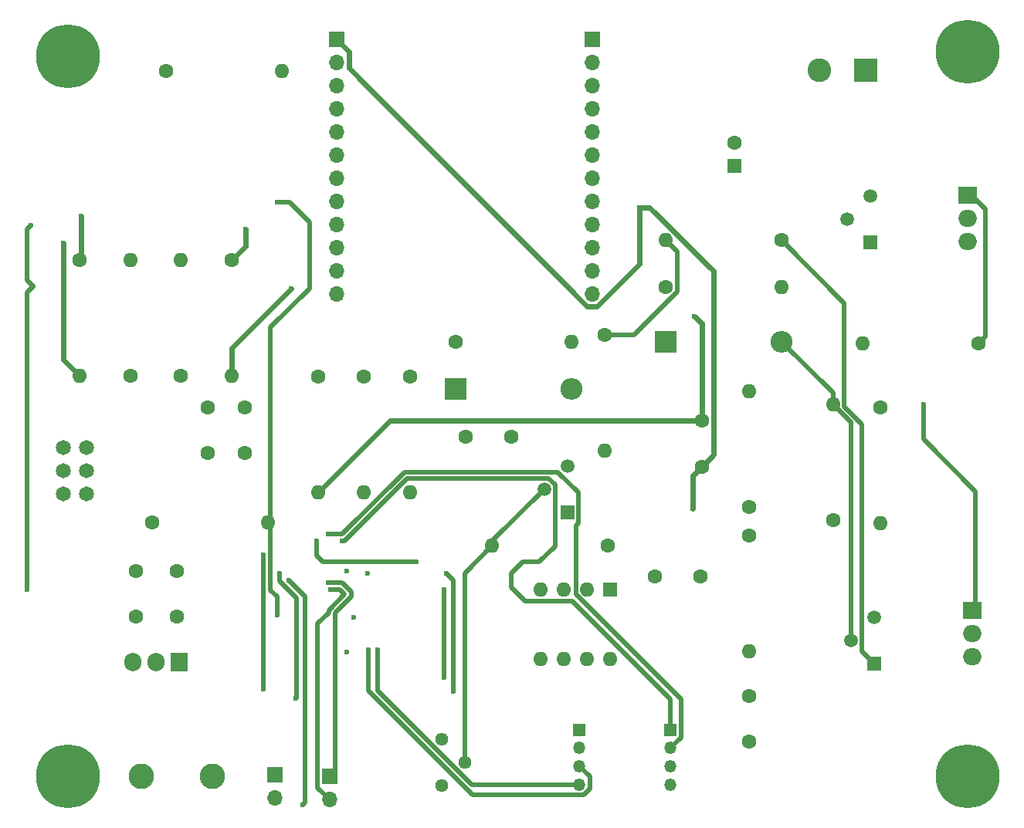
<source format=gbl>
%TF.GenerationSoftware,KiCad,Pcbnew,8.0.4*%
%TF.CreationDate,2024-11-25T19:05:08-08:00*%
%TF.ProjectId,Senior Design,53656e69-6f72-4204-9465-7369676e2e6b,rev?*%
%TF.SameCoordinates,Original*%
%TF.FileFunction,Copper,L4,Bot*%
%TF.FilePolarity,Positive*%
%FSLAX46Y46*%
G04 Gerber Fmt 4.6, Leading zero omitted, Abs format (unit mm)*
G04 Created by KiCad (PCBNEW 8.0.4) date 2024-11-25 19:05:08*
%MOMM*%
%LPD*%
G01*
G04 APERTURE LIST*
%TA.AperFunction,ComponentPad*%
%ADD10C,1.600000*%
%TD*%
%TA.AperFunction,ComponentPad*%
%ADD11R,1.350000X1.350000*%
%TD*%
%TA.AperFunction,ComponentPad*%
%ADD12O,1.350000X1.350000*%
%TD*%
%TA.AperFunction,ComponentPad*%
%ADD13R,1.600000X1.600000*%
%TD*%
%TA.AperFunction,ComponentPad*%
%ADD14O,1.600000X1.600000*%
%TD*%
%TA.AperFunction,ComponentPad*%
%ADD15C,1.650000*%
%TD*%
%TA.AperFunction,ComponentPad*%
%ADD16R,1.500000X1.500000*%
%TD*%
%TA.AperFunction,ComponentPad*%
%ADD17C,1.500000*%
%TD*%
%TA.AperFunction,ComponentPad*%
%ADD18C,2.800000*%
%TD*%
%TA.AperFunction,ComponentPad*%
%ADD19R,2.600000X2.600000*%
%TD*%
%TA.AperFunction,ComponentPad*%
%ADD20C,2.600000*%
%TD*%
%TA.AperFunction,ComponentPad*%
%ADD21C,3.900000*%
%TD*%
%TA.AperFunction,ConnectorPad*%
%ADD22C,7.000000*%
%TD*%
%TA.AperFunction,ComponentPad*%
%ADD23R,2.400000X2.400000*%
%TD*%
%TA.AperFunction,ComponentPad*%
%ADD24O,2.400000X2.400000*%
%TD*%
%TA.AperFunction,ComponentPad*%
%ADD25R,1.700000X1.700000*%
%TD*%
%TA.AperFunction,ComponentPad*%
%ADD26O,1.700000X1.700000*%
%TD*%
%TA.AperFunction,ComponentPad*%
%ADD27R,2.000000X1.905000*%
%TD*%
%TA.AperFunction,ComponentPad*%
%ADD28O,2.000000X1.905000*%
%TD*%
%TA.AperFunction,ComponentPad*%
%ADD29R,1.905000X2.000000*%
%TD*%
%TA.AperFunction,ComponentPad*%
%ADD30O,1.905000X2.000000*%
%TD*%
%TA.AperFunction,ComponentPad*%
%ADD31C,1.440000*%
%TD*%
%TA.AperFunction,ViaPad*%
%ADD32C,0.600000*%
%TD*%
%TA.AperFunction,Conductor*%
%ADD33C,0.500000*%
%TD*%
%TA.AperFunction,Conductor*%
%ADD34C,0.600000*%
%TD*%
G04 APERTURE END LIST*
D10*
%TO.P,C3,1*%
%TO.N,Net-(C3-Pad1)*%
X119900000Y-111600000D03*
%TO.P,C3,2*%
%TO.N,Net-(C3-Pad2)*%
X124900000Y-111600000D03*
%TD*%
D11*
%TO.P,J6,1,Pin_1*%
%TO.N,/Microprocessor & Connectors/Volume_D_btn_I*%
X121600000Y-128400000D03*
D12*
%TO.P,J6,2,Pin_2*%
%TO.N,/Microprocessor & Connectors/Volume_D_btn_O*%
X121600000Y-130400000D03*
%TO.P,J6,3,Pin_3*%
%TO.N,/Microprocessor & Connectors/Volume_U_btn_I*%
X121600000Y-132400000D03*
%TO.P,J6,4,Pin_4*%
%TO.N,/Microprocessor & Connectors/Volume_U_btn_O*%
X121600000Y-134400000D03*
%TD*%
D13*
%TO.P,C6,1*%
%TO.N,Net-(C6-Pad1)*%
X128600000Y-66500000D03*
D10*
%TO.P,C6,2*%
%TO.N,Net-(J10-Pin_1)*%
X128600000Y-64000000D03*
%TD*%
%TO.P,R10,1*%
%TO.N,Net-(U3A--)*%
X130200000Y-103950000D03*
D14*
%TO.P,R10,2*%
%TO.N,GND*%
X130200000Y-91250000D03*
%TD*%
D10*
%TO.P,R9,1*%
%TO.N,5VDC*%
X88000000Y-89650000D03*
D14*
%TO.P,R9,2*%
%TO.N,Net-(U3A--)*%
X88000000Y-102350000D03*
%TD*%
D15*
%TO.P,J4,1*%
%TO.N,/Microprocessor & Connectors/MISO*%
X57540000Y-102500000D03*
%TO.P,J4,2*%
%TO.N,5VDC*%
X55000000Y-102500000D03*
%TO.P,J4,3*%
%TO.N,/Microprocessor & Connectors/SCK*%
X57540000Y-99960000D03*
%TO.P,J4,4*%
%TO.N,/Microprocessor & Connectors/MOSI*%
X55000000Y-99960000D03*
%TO.P,J4,5*%
%TO.N,/Microprocessor & Connectors/RESET*%
X57540000Y-97420000D03*
%TO.P,J4,6*%
%TO.N,GND*%
X55000000Y-97420000D03*
%TD*%
D10*
%TO.P,C9,1*%
%TO.N,5VDC*%
X70866000Y-93004000D03*
%TO.P,C9,2*%
%TO.N,GND*%
X70866000Y-98004000D03*
%TD*%
%TO.P,R14,1*%
%TO.N,20VDC*%
X139400000Y-105350000D03*
D14*
%TO.P,R14,2*%
%TO.N,Net-(D1-A)*%
X139400000Y-92650000D03*
%TD*%
D10*
%TO.P,R18,1*%
%TO.N,Net-(Q5-E)*%
X133750000Y-74650000D03*
D14*
%TO.P,R18,2*%
%TO.N,Net-(C6-Pad1)*%
X121050000Y-74650000D03*
%TD*%
D10*
%TO.P,R4,1*%
%TO.N,5VDC*%
X62366666Y-89550000D03*
D14*
%TO.P,R4,2*%
%TO.N,/Microprocessor & Connectors/RX-O*%
X62366666Y-76850000D03*
%TD*%
D10*
%TO.P,R6,1*%
%TO.N,/Microprocessor & Connectors/3_3VDC*%
X66294000Y-56134000D03*
D14*
%TO.P,R6,2*%
%TO.N,GND*%
X78994000Y-56134000D03*
%TD*%
D10*
%TO.P,R3,1*%
%TO.N,5VDC*%
X67933332Y-89550000D03*
D14*
%TO.P,R3,2*%
%TO.N,/Microprocessor & Connectors/3_3VDC*%
X67933332Y-76850000D03*
%TD*%
D16*
%TO.P,Q4,1,E*%
%TO.N,Net-(Q4-E)*%
X143530000Y-74915000D03*
D17*
%TO.P,Q4,2,B*%
%TO.N,Net-(D2-K)*%
X140990000Y-72375000D03*
%TO.P,Q4,3,C*%
%TO.N,Net-(Q4-C)*%
X143530000Y-69835000D03*
%TD*%
D18*
%TO.P,J1,1,Pin_1*%
%TO.N,Net-(J1-Pin_1)*%
X71400000Y-133500000D03*
%TD*%
D10*
%TO.P,R8,1*%
%TO.N,Net-(U3A-+)*%
X121050000Y-79800000D03*
D14*
%TO.P,R8,2*%
%TO.N,GND*%
X133750000Y-79800000D03*
%TD*%
D19*
%TO.P,J10,1,Pin_1*%
%TO.N,Net-(J10-Pin_1)*%
X143000000Y-56000000D03*
D20*
%TO.P,J10,2,Pin_2*%
%TO.N,GND*%
X137920000Y-56000000D03*
%TD*%
D10*
%TO.P,R11,1*%
%TO.N,Net-(U3A--)*%
X130200000Y-107050000D03*
D14*
%TO.P,R11,2*%
%TO.N,Net-(C3-Pad1)*%
X130200000Y-119750000D03*
%TD*%
D16*
%TO.P,Q5,1,E*%
%TO.N,Net-(Q5-E)*%
X143950000Y-121140000D03*
D17*
%TO.P,Q5,2,B*%
%TO.N,Net-(D1-A)*%
X141410000Y-118600000D03*
%TO.P,Q5,3,C*%
%TO.N,Net-(Q5-C)*%
X143950000Y-116060000D03*
%TD*%
D10*
%TO.P,R2,1*%
%TO.N,/Microprocessor & Connectors/3_3VDC*%
X73500000Y-76850000D03*
D14*
%TO.P,R2,2*%
%TO.N,/Microprocessor & Connectors/TX-I*%
X73500000Y-89550000D03*
%TD*%
D10*
%TO.P,R7,1*%
%TO.N,5VDC*%
X83000000Y-89650000D03*
D14*
%TO.P,R7,2*%
%TO.N,Net-(U3A-+)*%
X83000000Y-102350000D03*
%TD*%
D10*
%TO.P,R1,1*%
%TO.N,/Microprocessor & Connectors/3_3VDC*%
X56800000Y-76850000D03*
D14*
%TO.P,R1,2*%
%TO.N,/Microprocessor & Connectors/RX-I*%
X56800000Y-89550000D03*
%TD*%
D10*
%TO.P,R16,1*%
%TO.N,Net-(Q5-C)*%
X144600000Y-93000000D03*
D14*
%TO.P,R16,2*%
%TO.N,20VDC*%
X144600000Y-105700000D03*
%TD*%
D21*
%TO.P,H1,1,1*%
%TO.N,GND*%
X55500000Y-54500000D03*
D22*
X55500000Y-54500000D03*
%TD*%
D23*
%TO.P,D2,1,K*%
%TO.N,Net-(D2-K)*%
X98050000Y-91000000D03*
D24*
%TO.P,D2,2,A*%
%TO.N,Net-(D1-K)*%
X110750000Y-91000000D03*
%TD*%
D25*
%TO.P,J9,1,Pin_1*%
%TO.N,GND*%
X113000000Y-52600000D03*
D26*
%TO.P,J9,2,Pin_2*%
%TO.N,unconnected-(J9-Pin_2-Pad2)*%
X113000000Y-55140000D03*
%TO.P,J9,3,Pin_3*%
%TO.N,unconnected-(J9-Pin_3-Pad3)*%
X113000000Y-57680000D03*
%TO.P,J9,4,Pin_4*%
%TO.N,unconnected-(J9-Pin_4-Pad4)*%
X113000000Y-60220000D03*
%TO.P,J9,5,Pin_5*%
%TO.N,unconnected-(J9-Pin_5-Pad5)*%
X113000000Y-62760000D03*
%TO.P,J9,6,Pin_6*%
%TO.N,unconnected-(J9-Pin_6-Pad6)*%
X113000000Y-65300000D03*
%TO.P,J9,7,Pin_7*%
%TO.N,unconnected-(J9-Pin_7-Pad7)*%
X113000000Y-67840000D03*
%TO.P,J9,8,Pin_8*%
%TO.N,unconnected-(J9-Pin_8-Pad8)*%
X113000000Y-70380000D03*
%TO.P,J9,9,Pin_9*%
%TO.N,/Microprocessor & Connectors/RX-I*%
X113000000Y-72920000D03*
%TO.P,J9,10,Pin_10*%
%TO.N,/Microprocessor & Connectors/TX-I*%
X113000000Y-75460000D03*
%TO.P,J9,11,Pin_11*%
%TO.N,unconnected-(J9-Pin_11-Pad11)*%
X113000000Y-78000000D03*
%TO.P,J9,12,Pin_12*%
%TO.N,unconnected-(J9-Pin_12-Pad12)*%
X113000000Y-80540000D03*
%TD*%
D16*
%TO.P,Q3,1,E*%
%TO.N,GND*%
X110270000Y-104540000D03*
D17*
%TO.P,Q3,2,B*%
%TO.N,Net-(Q3-B)*%
X107730000Y-102000000D03*
%TO.P,Q3,3,C*%
%TO.N,Net-(D2-K)*%
X110270000Y-99460000D03*
%TD*%
D10*
%TO.P,R19,1*%
%TO.N,Net-(C6-Pad1)*%
X114400000Y-85050000D03*
D14*
%TO.P,R19,2*%
%TO.N,Net-(Q4-E)*%
X114400000Y-97750000D03*
%TD*%
D10*
%TO.P,C10,1*%
%TO.N,Analog Signal*%
X125000000Y-99500000D03*
%TO.P,C10,2*%
%TO.N,Net-(U3A-+)*%
X125000000Y-94500000D03*
%TD*%
%TO.P,R17,1*%
%TO.N,Net-(Q4-C)*%
X155350000Y-86000000D03*
D14*
%TO.P,R17,2*%
%TO.N,GND*%
X142650000Y-86000000D03*
%TD*%
D10*
%TO.P,C4,1*%
%TO.N,Net-(D2-K)*%
X99100000Y-96200000D03*
%TO.P,C4,2*%
%TO.N,GND*%
X104100000Y-96200000D03*
%TD*%
D18*
%TO.P,J2,1,Pin_1*%
%TO.N,GND*%
X63600000Y-133500000D03*
%TD*%
D25*
%TO.P,J7,1,Pin_1*%
%TO.N,/Microprocessor & Connectors/Pair_LED_O*%
X84200000Y-133525000D03*
D26*
%TO.P,J7,2,Pin_2*%
%TO.N,/Microprocessor & Connectors/Power_LED_O*%
X84200000Y-136065000D03*
%TD*%
D25*
%TO.P,J3,1,Pin_1*%
%TO.N,Net-(J1-Pin_1)*%
X78200000Y-133325000D03*
D26*
%TO.P,J3,2,Pin_2*%
%TO.N,20VDC*%
X78200000Y-135865000D03*
%TD*%
D10*
%TO.P,C5,1*%
%TO.N,20VDC*%
X130200000Y-124700000D03*
%TO.P,C5,2*%
%TO.N,GND*%
X130200000Y-129700000D03*
%TD*%
%TO.P,C8,1*%
%TO.N,5VDC*%
X74916000Y-93004000D03*
%TO.P,C8,2*%
%TO.N,GND*%
X74916000Y-98004000D03*
%TD*%
D27*
%TO.P,Q7,1,B*%
%TO.N,Net-(Q4-C)*%
X154178000Y-69695000D03*
D28*
%TO.P,Q7,2,C*%
%TO.N,Net-(Q4-E)*%
X154178000Y-72235000D03*
%TO.P,Q7,3,E*%
%TO.N,GND*%
X154178000Y-74775000D03*
%TD*%
D23*
%TO.P,D1,1,K*%
%TO.N,Net-(D1-K)*%
X121050000Y-85800000D03*
D24*
%TO.P,D1,2,A*%
%TO.N,Net-(D1-A)*%
X133750000Y-85800000D03*
%TD*%
D25*
%TO.P,J8,1,Pin_1*%
%TO.N,Analog Signal*%
X85000000Y-52600000D03*
D26*
%TO.P,J8,2,Pin_2*%
%TO.N,unconnected-(J8-Pin_2-Pad2)*%
X85000000Y-55140000D03*
%TO.P,J8,3,Pin_3*%
%TO.N,unconnected-(J8-Pin_3-Pad3)*%
X85000000Y-57680000D03*
%TO.P,J8,4,Pin_4*%
%TO.N,unconnected-(J8-Pin_4-Pad4)*%
X85000000Y-60220000D03*
%TO.P,J8,5,Pin_5*%
%TO.N,unconnected-(J8-Pin_5-Pad5)*%
X85000000Y-62760000D03*
%TO.P,J8,6,Pin_6*%
%TO.N,unconnected-(J8-Pin_6-Pad6)*%
X85000000Y-65300000D03*
%TO.P,J8,7,Pin_7*%
%TO.N,GND*%
X85000000Y-67840000D03*
%TO.P,J8,8,Pin_8*%
%TO.N,unconnected-(J8-Pin_8-Pad8)*%
X85000000Y-70380000D03*
%TO.P,J8,9,Pin_9*%
%TO.N,unconnected-(J8-Pin_9-Pad9)*%
X85000000Y-72920000D03*
%TO.P,J8,10,Pin_10*%
%TO.N,5VDC*%
X85000000Y-75460000D03*
%TO.P,J8,11,Pin_11*%
%TO.N,unconnected-(J8-Pin_11-Pad11)*%
X85000000Y-78000000D03*
%TO.P,J8,12,Pin_12*%
%TO.N,unconnected-(J8-Pin_12-Pad12)*%
X85000000Y-80540000D03*
%TD*%
D29*
%TO.P,U1,1,VO*%
%TO.N,5VDC*%
X67740000Y-121000000D03*
D30*
%TO.P,U1,2,GND*%
%TO.N,GND*%
X65200000Y-121000000D03*
%TO.P,U1,3,VI*%
%TO.N,20VDC*%
X62660000Y-121000000D03*
%TD*%
D10*
%TO.P,R12,1*%
%TO.N,Net-(C3-Pad2)*%
X114750000Y-108200000D03*
D14*
%TO.P,R12,2*%
%TO.N,Net-(Q3-B)*%
X102050000Y-108200000D03*
%TD*%
D10*
%TO.P,C1,1*%
%TO.N,20VDC*%
X63000000Y-116000000D03*
%TO.P,C1,2*%
%TO.N,GND*%
X63000000Y-111000000D03*
%TD*%
D21*
%TO.P,H2,1,1*%
%TO.N,GND*%
X154200000Y-133500000D03*
D22*
X154200000Y-133500000D03*
%TD*%
D10*
%TO.P,C2,1*%
%TO.N,5VDC*%
X67500000Y-111000000D03*
%TO.P,C2,2*%
%TO.N,GND*%
X67500000Y-116000000D03*
%TD*%
D31*
%TO.P,RV1,1,1*%
%TO.N,Net-(Q3-B)*%
X96515000Y-134540000D03*
%TO.P,RV1,2,2*%
X99055000Y-132000000D03*
%TO.P,RV1,3,3*%
%TO.N,GND*%
X96515000Y-129460000D03*
%TD*%
D27*
%TO.P,Q6,1,B*%
%TO.N,Net-(Q5-C)*%
X154686000Y-115270000D03*
D28*
%TO.P,Q6,2,C*%
%TO.N,Net-(Q5-E)*%
X154686000Y-117810000D03*
%TO.P,Q6,3,E*%
%TO.N,20VDC*%
X154686000Y-120350000D03*
%TD*%
D21*
%TO.P,H3,1,1*%
%TO.N,GND*%
X154200000Y-54000000D03*
D22*
X154200000Y-54000000D03*
%TD*%
D13*
%TO.P,U3,1,OUTA*%
%TO.N,Net-(U3-OUTA)*%
X115000000Y-113000000D03*
D14*
%TO.P,U3,2,NEGA*%
%TO.N,Net-(U3-NEGA)*%
X112460000Y-113000000D03*
%TO.P,U3,3,POSA*%
%TO.N,Analog Signal*%
X109920000Y-113000000D03*
%TO.P,U3,4,V-*%
%TO.N,GND*%
X107380000Y-113000000D03*
%TO.P,U3,5,POSB*%
%TO.N,unconnected-(U3-POSB-Pad5)*%
X107380000Y-120620000D03*
%TO.P,U3,6,NEGB*%
%TO.N,unconnected-(U3-NEGB-Pad6)*%
X109920000Y-120620000D03*
%TO.P,U3,7,OUTB*%
%TO.N,unconnected-(U3-OUTB-Pad7)*%
X112460000Y-120620000D03*
%TO.P,U3,8,V+*%
%TO.N,5VDC*%
X115000000Y-120620000D03*
%TD*%
D21*
%TO.P,H4,1,1*%
%TO.N,GND*%
X55500000Y-133500000D03*
D22*
X55500000Y-133500000D03*
%TD*%
D10*
%TO.P,R13,1*%
%TO.N,Net-(Q3-B)*%
X93000000Y-89650000D03*
D14*
%TO.P,R13,2*%
%TO.N,GND*%
X93000000Y-102350000D03*
%TD*%
D10*
%TO.P,R15,1*%
%TO.N,Net-(Q3-B)*%
X98050000Y-85800000D03*
D14*
%TO.P,R15,2*%
%TO.N,Net-(C6-Pad1)*%
X110750000Y-85800000D03*
%TD*%
D10*
%TO.P,R5,1*%
%TO.N,5VDC*%
X64770000Y-105664000D03*
D14*
%TO.P,R5,2*%
%TO.N,/Microprocessor & Connectors/TX-O*%
X77470000Y-105664000D03*
%TD*%
D11*
%TO.P,J5,1,Pin_1*%
%TO.N,/Microprocessor & Connectors/Power_btn_I*%
X111600000Y-128400000D03*
D12*
%TO.P,J5,2,Pin_2*%
%TO.N,/Microprocessor & Connectors/Power_btn_O*%
X111600000Y-130400000D03*
%TO.P,J5,3,Pin_3*%
%TO.N,/Microprocessor & Connectors/Pair_btn_I*%
X111600000Y-132400000D03*
%TO.P,J5,4,Pin_4*%
%TO.N,/Microprocessor & Connectors/Pair_btn_O*%
X111600000Y-134400000D03*
%TD*%
D32*
%TO.N,/Microprocessor & Connectors/3_3VDC*%
X57000000Y-72000000D03*
%TO.N,/Microprocessor & Connectors/RX-O*%
X51750000Y-79750000D03*
%TO.N,/Microprocessor & Connectors/RX-I*%
X55000000Y-75000000D03*
%TO.N,GND*%
X86868000Y-116078000D03*
X86106000Y-110998000D03*
%TO.N,Analog Signal*%
X118165000Y-71065000D03*
X124000000Y-104090000D03*
%TO.N,5VDC*%
X88392000Y-111252000D03*
X86106000Y-119888000D03*
%TO.N,/Microprocessor & Connectors/MISO*%
X93726000Y-109982000D03*
X82804000Y-107696000D03*
%TO.N,/Microprocessor & Connectors/MOSI*%
X76962000Y-123952000D03*
X76962000Y-109220000D03*
X97028000Y-111252000D03*
X97790000Y-124206000D03*
%TO.N,/Microprocessor & Connectors/Power_btn_O*%
X96774000Y-113030000D03*
X96774000Y-122682000D03*
%TO.N,/Microprocessor & Connectors/Pair_btn_O*%
X89500000Y-119634000D03*
%TO.N,/Microprocessor & Connectors/Pair_btn_I*%
X88500000Y-119634000D03*
%TO.N,/Microprocessor & Connectors/Volume_U_btn_O*%
X81280000Y-136652000D03*
X79756000Y-112014000D03*
%TO.N,/Microprocessor & Connectors/Volume_U_btn_I*%
X80530000Y-124968000D03*
X78740000Y-111252000D03*
%TO.N,/Microprocessor & Connectors/Volume_D_btn_O*%
X84074000Y-106934000D03*
%TO.N,/Microprocessor & Connectors/Volume_D_btn_I*%
X85598000Y-107696000D03*
%TO.N,/Microprocessor & Connectors/Pair_LED_O*%
X84074000Y-112268000D03*
%TO.N,/Microprocessor & Connectors/Power_LED_O*%
X84328000Y-113030000D03*
%TO.N,/Microprocessor & Connectors/TX-I*%
X80000000Y-80000000D03*
%TO.N,/Microprocessor & Connectors/3_3VDC*%
X75000000Y-73500000D03*
%TO.N,/Microprocessor & Connectors/RX-O*%
X51500000Y-73000000D03*
X51054000Y-113030000D03*
%TO.N,/Microprocessor & Connectors/TX-O*%
X78486000Y-115824000D03*
X78500000Y-70500000D03*
%TO.N,Net-(Q5-C)*%
X149352000Y-92650000D03*
%TO.N,Net-(U3A-+)*%
X124200000Y-83000000D03*
%TD*%
D33*
%TO.N,/Microprocessor & Connectors/RX-O*%
X51750000Y-79750000D02*
X51054000Y-80446000D01*
X51054000Y-80446000D02*
X51054000Y-113030000D01*
X51750000Y-79750000D02*
X51054000Y-79054000D01*
X51054000Y-79054000D02*
X51054000Y-73446000D01*
X51054000Y-73446000D02*
X51500000Y-73000000D01*
D34*
%TO.N,/Microprocessor & Connectors/3_3VDC*%
X57000000Y-72000000D02*
X57000000Y-76650000D01*
X57000000Y-76650000D02*
X56800000Y-76850000D01*
%TO.N,/Microprocessor & Connectors/RX-I*%
X55000000Y-87750000D02*
X55000000Y-75000000D01*
X56800000Y-89550000D02*
X55000000Y-87750000D01*
%TO.N,Analog Signal*%
X118165000Y-71065000D02*
X118165000Y-77284189D01*
X126300000Y-78061522D02*
X119303478Y-71065000D01*
X86350000Y-53950000D02*
X85000000Y-52600000D01*
X112440811Y-81890000D02*
X86350000Y-55799189D01*
X113559189Y-81890000D02*
X112440811Y-81890000D01*
X124000000Y-100500000D02*
X125000000Y-99500000D01*
X86350000Y-55799189D02*
X86350000Y-53950000D01*
X118165000Y-77284189D02*
X113559189Y-81890000D01*
X126300000Y-98200000D02*
X126300000Y-78061522D01*
X119303478Y-71065000D02*
X118165000Y-71065000D01*
X124000000Y-104090000D02*
X124000000Y-100500000D01*
X125000000Y-99500000D02*
X126300000Y-98200000D01*
D33*
%TO.N,Net-(D1-A)*%
X141410000Y-94660000D02*
X141410000Y-118600000D01*
X139400000Y-91450000D02*
X133750000Y-85800000D01*
X139400000Y-92650000D02*
X141410000Y-94660000D01*
X139400000Y-92650000D02*
X139400000Y-91450000D01*
%TO.N,Net-(C6-Pad1)*%
X117567767Y-85050000D02*
X122300000Y-80317767D01*
X114400000Y-85050000D02*
X117567767Y-85050000D01*
X122300000Y-75900000D02*
X121050000Y-74650000D01*
X122300000Y-80317767D02*
X122300000Y-75900000D01*
%TO.N,/Microprocessor & Connectors/MISO*%
X83492050Y-109982000D02*
X93726000Y-109982000D01*
X82804000Y-107696000D02*
X82800000Y-107700000D01*
X82800000Y-107700000D02*
X82800000Y-109289950D01*
X82800000Y-109289950D02*
X83492050Y-109982000D01*
%TO.N,/Microprocessor & Connectors/MOSI*%
X97790000Y-124206000D02*
X97790000Y-112014000D01*
X76962000Y-109220000D02*
X76962000Y-123952000D01*
X97790000Y-112014000D02*
X97028000Y-111252000D01*
%TO.N,/Microprocessor & Connectors/Power_btn_O*%
X96774000Y-113030000D02*
X96774000Y-122682000D01*
%TO.N,/Microprocessor & Connectors/Pair_btn_O*%
X99800370Y-134400000D02*
X89500000Y-124099630D01*
X111600000Y-134400000D02*
X99800370Y-134400000D01*
X89500000Y-124099630D02*
X89500000Y-119634000D01*
%TO.N,/Microprocessor & Connectors/Pair_btn_I*%
X112065991Y-135525000D02*
X112725000Y-134865991D01*
X88500000Y-124089580D02*
X88500000Y-119634000D01*
X88500000Y-124089580D02*
X99935420Y-135525000D01*
X112725000Y-134865991D02*
X112725000Y-133525000D01*
X99935420Y-135525000D02*
X112065991Y-135525000D01*
X112725000Y-133525000D02*
X111600000Y-132400000D01*
%TO.N,/Microprocessor & Connectors/Volume_U_btn_O*%
X81534000Y-113792000D02*
X79756000Y-112014000D01*
X81280000Y-136652000D02*
X81534000Y-136398000D01*
X81534000Y-136398000D02*
X81534000Y-113792000D01*
%TO.N,/Microprocessor & Connectors/Volume_U_btn_I*%
X78740000Y-112058661D02*
X78740000Y-111252000D01*
X80580000Y-124918000D02*
X80580000Y-113898661D01*
X80580000Y-113898661D02*
X78740000Y-112058661D01*
X80530000Y-124968000D02*
X80580000Y-124918000D01*
%TO.N,/Microprocessor & Connectors/Volume_D_btn_O*%
X111210000Y-106000000D02*
X111210000Y-113517767D01*
X122725000Y-125032767D02*
X122725000Y-129275000D01*
X84074000Y-106934000D02*
X85576050Y-106934000D01*
X109212943Y-100100000D02*
X111470000Y-102357057D01*
X92410050Y-100100000D02*
X109212943Y-100100000D01*
X85576050Y-106934000D02*
X92410050Y-100100000D01*
X111210000Y-113517767D02*
X122725000Y-125032767D01*
X111470000Y-105740000D02*
X111210000Y-106000000D01*
X122725000Y-129275000D02*
X121600000Y-130400000D01*
X111470000Y-102357057D02*
X111470000Y-105740000D01*
%TO.N,/Microprocessor & Connectors/Volume_D_btn_I*%
X92700000Y-100800000D02*
X85804000Y-107696000D01*
X85804000Y-107696000D02*
X85598000Y-107696000D01*
X105410000Y-109982000D02*
X107188000Y-109982000D01*
X121600000Y-125027968D02*
X110822032Y-114250000D01*
X121600000Y-128400000D02*
X121600000Y-125027968D01*
X108930000Y-108240000D02*
X108930000Y-101502943D01*
X104140000Y-111252000D02*
X105410000Y-109982000D01*
X110822032Y-114250000D02*
X105614000Y-114250000D01*
X108930000Y-101502943D02*
X108227057Y-100800000D01*
X105614000Y-114250000D02*
X104140000Y-112776000D01*
X107188000Y-109982000D02*
X108930000Y-108240000D01*
X108227057Y-100800000D02*
X92700000Y-100800000D01*
X104140000Y-112776000D02*
X104140000Y-111252000D01*
%TO.N,/Microprocessor & Connectors/Pair_LED_O*%
X84200000Y-133525000D02*
X84836000Y-132889000D01*
X86614000Y-113284000D02*
X85598000Y-112268000D01*
X84836000Y-132889000D02*
X84836000Y-115570000D01*
X85598000Y-112268000D02*
X84074000Y-112268000D01*
X84836000Y-115570000D02*
X86614000Y-113792000D01*
X86614000Y-113792000D02*
X86614000Y-113284000D01*
%TO.N,/Microprocessor & Connectors/Power_LED_O*%
X84136000Y-115508000D02*
X84136000Y-115254000D01*
X85852000Y-113538000D02*
X85344000Y-113030000D01*
X84328000Y-113030000D02*
X85344000Y-113030000D01*
X82900000Y-134765000D02*
X82900000Y-116744000D01*
X82900000Y-116744000D02*
X84136000Y-115508000D01*
X84200000Y-136065000D02*
X82900000Y-134765000D01*
X84136000Y-115254000D02*
X85852000Y-113538000D01*
D34*
%TO.N,/Microprocessor & Connectors/TX-I*%
X73500000Y-86500000D02*
X73500000Y-89550000D01*
X80000000Y-80000000D02*
X73500000Y-86500000D01*
%TO.N,/Microprocessor & Connectors/3_3VDC*%
X75000000Y-73500000D02*
X75000000Y-75350000D01*
X75000000Y-75350000D02*
X73500000Y-76850000D01*
D33*
%TO.N,/Microprocessor & Connectors/TX-O*%
X82000000Y-80000000D02*
X82000000Y-72690000D01*
X78500000Y-70500000D02*
X78770000Y-70500000D01*
X79810000Y-70500000D02*
X78500000Y-70500000D01*
X78486000Y-115824000D02*
X78486000Y-113792000D01*
X78486000Y-113792000D02*
X77750000Y-113056000D01*
X77750000Y-113056000D02*
X77750000Y-84250000D01*
X82000000Y-72690000D02*
X79810000Y-70500000D01*
X77750000Y-84250000D02*
X82000000Y-80000000D01*
%TO.N,Net-(Q3-B)*%
X99055000Y-111195000D02*
X102050000Y-108200000D01*
X107730000Y-102000000D02*
X102050000Y-107680000D01*
X102050000Y-107680000D02*
X102050000Y-108200000D01*
X99055000Y-132000000D02*
X99055000Y-111195000D01*
%TO.N,Net-(Q4-C)*%
X156149999Y-71219999D02*
X154625000Y-69695000D01*
X155350000Y-86000000D02*
X156149999Y-85200001D01*
X156149999Y-85200001D02*
X156149999Y-71219999D01*
%TO.N,Net-(Q5-E)*%
X142610000Y-94870050D02*
X142610000Y-119800000D01*
X133750000Y-74650000D02*
X140650000Y-81550000D01*
X142610000Y-119800000D02*
X143950000Y-121140000D01*
X140650000Y-81550000D02*
X140650000Y-92910050D01*
X140650000Y-92910050D02*
X142610000Y-94870050D01*
%TO.N,Net-(Q5-C)*%
X149352000Y-92650000D02*
X149352000Y-96520000D01*
X155045000Y-102213000D02*
X155045000Y-115270000D01*
X149352000Y-96520000D02*
X155045000Y-102213000D01*
D34*
%TO.N,Net-(U3A-+)*%
X90850000Y-94500000D02*
X83000000Y-102350000D01*
X125000000Y-94500000D02*
X90850000Y-94500000D01*
X125000000Y-83800000D02*
X125000000Y-94500000D01*
X124200000Y-83000000D02*
X125000000Y-83800000D01*
%TD*%
M02*

</source>
